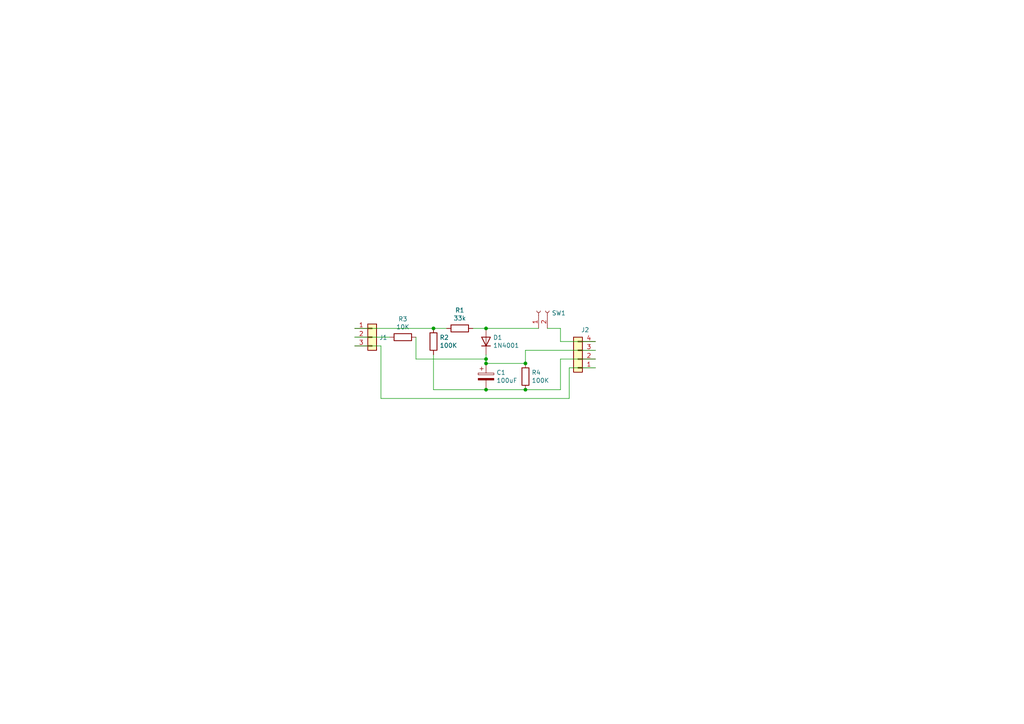
<source format=kicad_sch>
(kicad_sch (version 20250114) (generator "eeschema") (generator_version "9.0")
  (paper "A4")
  (lib_symbols
    (symbol "Connector:Conn_01x02_Socket" (pin_names (offset 1.016) (hide yes))
      (property "Reference" "J" (at 0 2.54 0))
      (property "Value" "Conn_01x02_Socket" (at 0 -5.08 0))
      (symbol "Conn_01x02_Socket_1_1"
        (polyline (pts (xy -1.27 0) (xy -0.508 0)) (stroke (width 0.1524)))
        (polyline (pts (xy -1.27 -2.54) (xy -0.508 -2.54)) (stroke (width 0.1524)))
        (arc (start 0 -0.508) (mid -0.5058 0) (end 0 0.508) (stroke (width 0.1524)))
        (arc (start 0 -3.048) (mid -0.5058 -2.54) (end 0 -2.032) (stroke (width 0.1524)))
        (pin passive line (at -5.08 0 0) (length 3.81) (name "Pin_1") (number "1"))
        (pin passive line (at -5.08 -2.54 0) (length 3.81) (name "Pin_2") (number "2"))
      )
    )
    (symbol "Connector_Generic:Conn_01x03" (pin_names (offset 1.016) (hide yes))
      (property "Reference" "J" (at 0 5.08 0))
      (property "Value" "Conn_01x03" (at 0 -5.08 0))
      (symbol "Conn_01x03_1_1"
        (rectangle (start -1.27 3.81) (end 1.27 -3.81) (stroke (width 0.254)) (fill (type background)))
        (rectangle (start -1.27 2.667) (end 0 2.413) (stroke (width 0.1524)))
        (rectangle (start -1.27 0.127) (end 0 -0.127) (stroke (width 0.1524)))
        (rectangle (start -1.27 -2.413) (end 0 -2.667) (stroke (width 0.1524)))
        (pin passive line (at -5.08 2.54 0) (length 3.81) (name "Pin_1") (number "1"))
        (pin passive line (at -5.08 0 0) (length 3.81) (name "Pin_2") (number "2"))
        (pin passive line (at -5.08 -2.54 0) (length 3.81) (name "Pin_3") (number "3"))
      )
    )
    (symbol "Connector_Generic:Conn_01x04" (pin_names (offset 1.016) (hide yes))
      (property "Reference" "J" (at 0 5.08 0))
      (property "Value" "Conn_01x04" (at 0 -7.62 0))
      (symbol "Conn_01x04_1_1"
        (rectangle (start -1.27 3.81) (end 1.27 -6.35) (stroke (width 0.254)) (fill (type background)))
        (rectangle (start -1.27 2.667) (end 0 2.413) (stroke (width 0.1524)))
        (rectangle (start -1.27 0.127) (end 0 -0.127) (stroke (width 0.1524)))
        (rectangle (start -1.27 -2.413) (end 0 -2.667) (stroke (width 0.1524)))
        (rectangle (start -1.27 -4.953) (end 0 -5.207) (stroke (width 0.1524)))
        (pin passive line (at -5.08 2.54 0) (length 3.81) (name "Pin_1") (number "1"))
        (pin passive line (at -5.08 0 0) (length 3.81) (name "Pin_2") (number "2"))
        (pin passive line (at -5.08 -2.54 0) (length 3.81) (name "Pin_3") (number "3"))
        (pin passive line (at -5.08 -5.08 0) (length 3.81) (name "Pin_4") (number "4"))
      )
    )
    (symbol "Device:CP" (pin_numbers (hide yes)) (pin_names (offset 0.254))
      (property "Reference" "C" (at 0.635 2.54 0))
      (property "Value" "Device_CP" (at 0.635 -2.54 0))
      (symbol "CP_0_1"
        (rectangle (start -2.286 0.508) (end 2.286 1.016))
        (polyline (pts (xy -1.778 2.286) (xy -0.762 2.286)))
        (polyline (pts (xy -1.27 2.794) (xy -1.27 1.778)))
        (rectangle (start 2.286 -0.508) (end -2.286 -1.016) (fill (type outline)))
      )
      (symbol "CP_1_1"
        (pin passive line (at 0 3.81 270) (length 2.794) (name "~") (number "1"))
        (pin passive line (at 0 -3.81 90) (length 2.794) (name "~") (number "2"))
      )
    )
    (symbol "Device:R" (pin_numbers (hide yes)) (pin_names (offset 0))
      (property "Reference" "R" (at 2.032 0 90))
      (property "Value" "R" (at 0 0 90))
      (symbol "R_0_1"
        (rectangle (start -1.016 -2.54) (end 1.016 2.54) (stroke (width 0.254)))
      )
      (symbol "R_1_1"
        (pin passive line (at 0 3.81 270) (length 1.27) (name "~") (number "1"))
        (pin passive line (at 0 -3.81 90) (length 1.27) (name "~") (number "2"))
      )
    )
    (symbol "Diode:1N4001" (pin_numbers (hide yes)) (pin_names (hide yes))
      (property "Reference" "D" (at 0 2.54 0))
      (property "Value" "1N4001" (at 0 -2.54 0))
      (symbol "1N4001_0_1"
        (polyline (pts (xy -1.27 1.27) (xy -1.27 -1.27)) (stroke (width 0.254)))
        (polyline (pts (xy 1.27 1.27) (xy 1.27 -1.27) (xy -1.27 0) (xy 1.27 1.27)) (stroke (width 0.254)))
        (polyline (pts (xy 1.27 0) (xy -1.27 0)))
      )
      (symbol "1N4001_1_1"
        (pin passive line (at -3.81 0 0) (length 2.54) (name "K") (number "1"))
        (pin passive line (at 3.81 0 180) (length 2.54) (name "A") (number "2"))
      )
    )
  )
  (junction (at 152.4 105.41))
  (junction (at 140.97 105.41))
  (junction (at 140.97 95.25))
  (junction (at 140.97 104.14))
  (junction (at 140.97 113.03))
  (junction (at 125.73 95.25))
  (junction (at 152.4 113.03))
  (wire (pts (xy 110.49 100.33) (xy 102.87 100.33)))
  (wire (pts (xy 140.97 113.03) (xy 152.4 113.03)))
  (wire (pts (xy 140.97 105.41) (xy 152.4 105.41)))
  (wire (pts (xy 158.75 95.25) (xy 162.56 95.25)))
  (wire (pts (xy 125.73 113.03) (xy 140.97 113.03)))
  (wire (pts (xy 102.87 95.25) (xy 125.73 95.25)))
  (wire (pts (xy 140.97 102.87) (xy 140.97 104.14)))
  (wire (pts (xy 162.56 113.03) (xy 162.56 104.14)))
  (wire (pts (xy 165.1 106.68) (xy 172.72 106.68)))
  (wire (pts (xy 110.49 115.57) (xy 165.1 115.57)))
  (wire (pts (xy 137.16 95.25) (xy 140.97 95.25)))
  (wire (pts (xy 125.73 95.25) (xy 129.54 95.25)))
  (wire (pts (xy 140.97 104.14) (xy 140.97 105.41)))
  (wire (pts (xy 125.73 102.87) (xy 125.73 113.03)))
  (wire (pts (xy 165.1 115.57) (xy 165.1 106.68)))
  (wire (pts (xy 162.56 104.14) (xy 172.72 104.14)))
  (wire (pts (xy 140.97 95.25) (xy 156.21 95.25)))
  (wire (pts (xy 162.56 95.25) (xy 162.56 99.06)))
  (wire (pts (xy 152.4 105.41) (xy 152.4 101.6)))
  (wire (pts (xy 152.4 113.03) (xy 162.56 113.03)))
  (wire (pts (xy 120.65 97.79) (xy 120.65 104.14)))
  (wire (pts (xy 113.03 97.79) (xy 102.87 97.79)))
  (wire (pts (xy 152.4 101.6) (xy 172.72 101.6)))
  (wire (pts (xy 120.65 104.14) (xy 140.97 104.14)))
  (wire (pts (xy 110.49 115.57) (xy 110.49 100.33)))
  (wire (pts (xy 162.56 99.06) (xy 172.72 99.06)))
  (symbol (lib_id "Device:R") (at 133.35 95.25 270) (unit 1)
    (property "Reference" "R1" (at 133.35 89.9922 90))
    (property "Value" "33k" (at 133.35 92.3036 90))
    (property "Footprint" "Resistor_THT:R_Axial_DIN0207_L6.3mm_D2.5mm_P10.16mm_Horizontal" (effects (hide yes)))
  )
  (symbol (lib_id "Device:R") (at 125.73 99.06 0) (unit 1)
    (property "Reference" "R2" (at 127.508 97.8916 0) (effects (justify left)))
    (property "Value" "100K" (at 127.508 100.203 0) (effects (justify left)))
    (property "Footprint" "Resistor_THT:R_Axial_DIN0207_L6.3mm_D2.5mm_P10.16mm_Horizontal" (effects (hide yes)))
  )
  (symbol (lib_id "Device:R") (at 152.4 109.22 0) (unit 1)
    (property "Reference" "R4" (at 154.178 108.0516 0) (effects (justify left)))
    (property "Value" "100K" (at 154.178 110.363 0) (effects (justify left)))
    (property "Footprint" "Resistor_THT:R_Axial_DIN0207_L6.3mm_D2.5mm_P10.16mm_Horizontal" (effects (hide yes)))
  )
  (symbol (lib_id "Device:R") (at 116.84 97.79 270) (unit 1)
    (property "Reference" "R3" (at 116.84 92.5322 90))
    (property "Value" "10K" (at 116.84 94.8436 90))
    (property "Footprint" "Resistor_THT:R_Axial_DIN0207_L6.3mm_D2.5mm_P10.16mm_Horizontal" (effects (hide yes)))
  )
  (symbol (lib_id "Diode:1N4001") (at 140.97 99.06 90) (unit 1)
    (property "Reference" "D1" (at 143.002 97.8916 90) (effects (justify right)))
    (property "Value" "1N4001" (at 143.002 100.203 90) (effects (justify right)))
    (property "Footprint" "Diode_THT:D_DO-41_SOD81_P10.16mm_Horizontal" (effects (hide yes)))
    (property "Datasheet" "http://www.vishay.com/docs/88503/1n4001.pdf" (effects (hide yes)))
  )
  (symbol (lib_id "Device:CP") (at 140.97 109.22 0) (unit 1)
    (property "Reference" "C1" (at 143.9672 108.0516 0) (effects (justify left)))
    (property "Value" "100uF" (at 143.9672 110.363 0) (effects (justify left)))
    (property "Footprint" "Capacitor_THT:CP_Radial_D8.0mm_P5.00mm" (effects (hide yes)))
  )
  (symbol (lib_id "Connector_Generic:Conn_01x04") (at 167.64 104.14 180) (unit 1)
    (property "Reference" "J2" (at 169.7228 95.6818 0))
    (property "Value" "Conn_01x04" (effects (hide yes)))
    (property "Footprint" "Connector_JST:JST_PH_S4B-PH-K_1x04_P2.00mm_Horizontal" (effects (hide yes)))
  )
  (symbol (lib_id "Connector_Generic:Conn_01x03") (at 107.95 97.79 0) (unit 1)
    (property "Reference" "J1" (at 109.982 97.8916 0) (effects (justify left)))
    (property "Value" "Conn_01x03" (effects (hide yes)))
    (property "Footprint" "Connector_JST:JST_PH_S3B-PH-K_1x03_P2.00mm_Horizontal" (effects (hide yes)))
  )
  (symbol (lib_id "Connector:Conn_01x02_Socket") (at 156.21 90.17 90) (unit 1)
    (property "Reference" "SW1" (at 160.02 90.8049 90) (effects (justify right)))
    (property "Value" "Conn_01x02_Socket" (effects (hide yes)))
    (property "Footprint" "Connector_JST:JST_PH_S2B-PH-K_1x02_P2.00mm_Horizontal" (effects (hide yes)))
    (property "Description" "Generic connector, single row, 01x02, script generated" (effects (hide yes)))
  )
)
</source>
